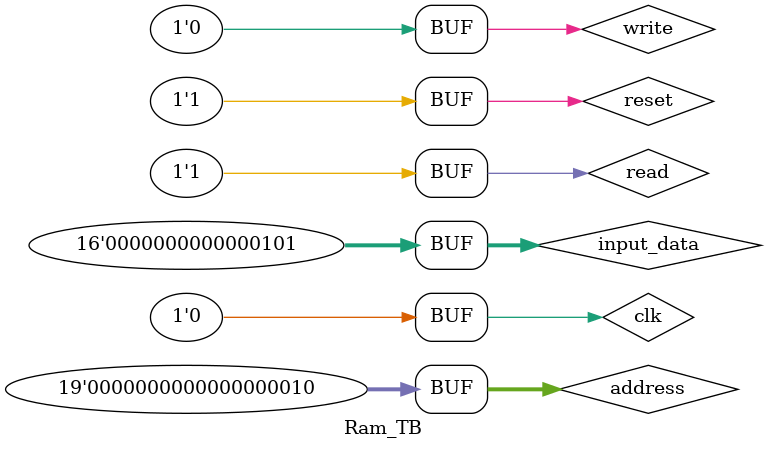
<source format=v>
module Ram (clk, input_data, address, read, write, output_data);

    parameter LENGTH = 221184;
    parameter RAM_ADDRESS_LENGTH = $clog2(LENGTH);
    parameter WIDTH = 16;

    input     clk, read;
    input     [WIDTH-1:0] input_data;
    input     [RAM_ADDRESS_LENGTH-1:0]address;
    input     write;
    output    [WIDTH-1:0] output_data;

    reg       [WIDTH-1:0] memory [0:LENGTH-1];

    integer i;

//    initial begin
//        for (i=0; i < LENGTH ; i = i+1)
//            memory[i] <= 0;
//    end

    always @(posedge clk) begin //initialize
        begin
            if(write)
                memory[address] <= input_data;
        end

    end 
    assign output_data = read ? memory[address] : 0;



endmodule



module Ram_TB();

    reg clk, reset, read, write;
    reg [15:0]input_data;
    reg [$clog2(221182):0] address;
    wire [15:0]output_data;

    Ram ins_ram(.clk(clk),
                // .reset(reset),
                .read(read),
                .write(write),
                .input_data(input_data),
                .output_data(output_data),
                .address(address));

    initial begin
        clk = 1'b0;
        repeat(100) #10 clk = ~clk;
    end

    initial begin
        reset = 1'b1;
        #2;
        reset = 1'b0;
        #25;
        reset = 1'b1;
        #5;
        read = 1;
        address = 0;
        #5;
        address = 18'd1;
        #20;
        read = 0;
        write = 1;
        #10;
        address = 18'd2;
        input_data = 16'd5;
        #100;
        write = 0;
        read = 1;
        #50;
    end


endmodule
</source>
